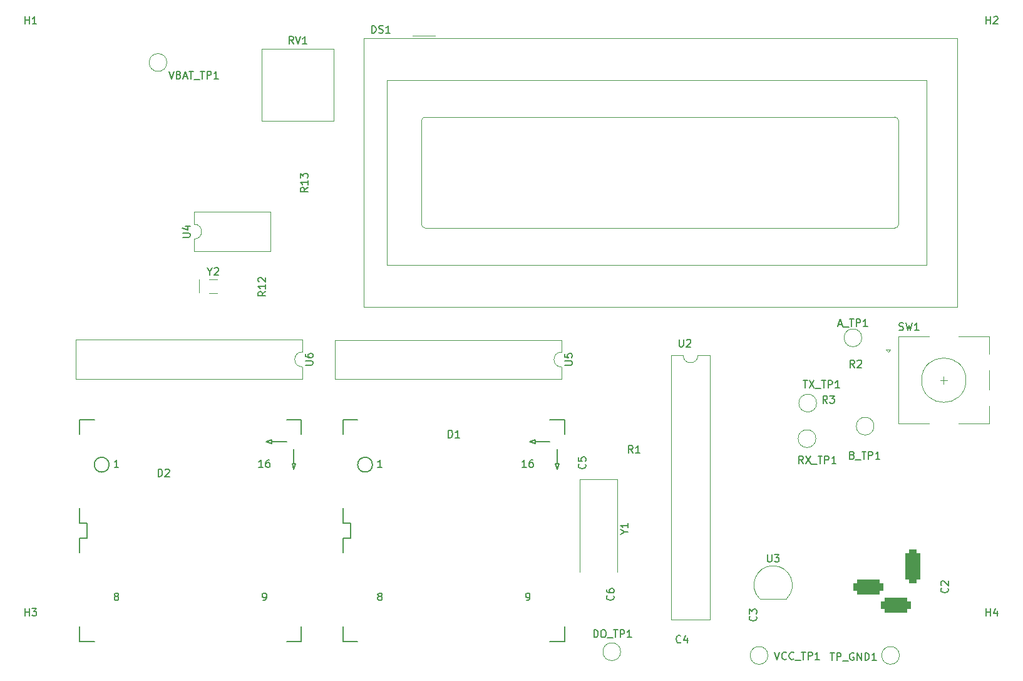
<source format=gbr>
%TF.GenerationSoftware,KiCad,Pcbnew,(6.0.5)*%
%TF.CreationDate,2022-07-19T18:48:39-04:00*%
%TF.ProjectId,Clock,436c6f63-6b2e-46b6-9963-61645f706362,rev?*%
%TF.SameCoordinates,PX4c4b400PY8a48640*%
%TF.FileFunction,Legend,Top*%
%TF.FilePolarity,Positive*%
%FSLAX46Y46*%
G04 Gerber Fmt 4.6, Leading zero omitted, Abs format (unit mm)*
G04 Created by KiCad (PCBNEW (6.0.5)) date 2022-07-19 18:48:39*
%MOMM*%
%LPD*%
G01*
G04 APERTURE LIST*
G04 Aperture macros list*
%AMRoundRect*
0 Rectangle with rounded corners*
0 $1 Rounding radius*
0 $2 $3 $4 $5 $6 $7 $8 $9 X,Y pos of 4 corners*
0 Add a 4 corners polygon primitive as box body*
4,1,4,$2,$3,$4,$5,$6,$7,$8,$9,$2,$3,0*
0 Add four circle primitives for the rounded corners*
1,1,$1+$1,$2,$3*
1,1,$1+$1,$4,$5*
1,1,$1+$1,$6,$7*
1,1,$1+$1,$8,$9*
0 Add four rect primitives between the rounded corners*
20,1,$1+$1,$2,$3,$4,$5,0*
20,1,$1+$1,$4,$5,$6,$7,0*
20,1,$1+$1,$6,$7,$8,$9,0*
20,1,$1+$1,$8,$9,$2,$3,0*%
G04 Aperture macros list end*
%ADD10C,0.150000*%
%ADD11C,0.120000*%
%ADD12R,1.000000X1.800000*%
%ADD13R,1.150000X1.400000*%
%ADD14C,3.200000*%
%ADD15R,1.600000X1.600000*%
%ADD16O,1.600000X1.600000*%
%ADD17R,1.400000X1.150000*%
%ADD18R,2.000000X2.000000*%
%ADD19C,2.000000*%
%ADD20C,1.524000*%
%ADD21R,2.000000X4.500000*%
%ADD22C,3.000000*%
%ADD23R,1.800000X2.600000*%
%ADD24O,1.800000X2.600000*%
%ADD25C,1.440000*%
%ADD26R,1.050000X1.500000*%
%ADD27O,1.050000X1.500000*%
%ADD28RoundRect,0.500000X0.500000X-1.750000X0.500000X1.750000X-0.500000X1.750000X-0.500000X-1.750000X0*%
%ADD29RoundRect,0.500000X1.500000X0.500000X-1.500000X0.500000X-1.500000X-0.500000X1.500000X-0.500000X0*%
%ADD30R,3.000000X3.000000*%
%ADD31R,1.700000X1.700000*%
%ADD32O,1.700000X1.700000*%
G04 APERTURE END LIST*
D10*
%TO.C,Y2*%
X29241809Y55269810D02*
X29241809Y54793620D01*
X28908476Y55793620D02*
X29241809Y55269810D01*
X29575142Y55793620D01*
X29860857Y55698381D02*
X29908476Y55746000D01*
X30003714Y55793620D01*
X30241809Y55793620D01*
X30337047Y55746000D01*
X30384666Y55698381D01*
X30432285Y55603143D01*
X30432285Y55507905D01*
X30384666Y55365048D01*
X29813238Y54793620D01*
X30432285Y54793620D01*
%TO.C,R1*%
X86457333Y30754620D02*
X86124000Y31230810D01*
X85885904Y30754620D02*
X85885904Y31754620D01*
X86266857Y31754620D01*
X86362095Y31707000D01*
X86409714Y31659381D01*
X86457333Y31564143D01*
X86457333Y31421286D01*
X86409714Y31326048D01*
X86362095Y31278429D01*
X86266857Y31230810D01*
X85885904Y31230810D01*
X87409714Y30754620D02*
X86838285Y30754620D01*
X87124000Y30754620D02*
X87124000Y31754620D01*
X87028761Y31611762D01*
X86933523Y31516524D01*
X86838285Y31468905D01*
%TO.C,H4*%
X134238095Y8747620D02*
X134238095Y9747620D01*
X134238095Y9271429D02*
X134809523Y9271429D01*
X134809523Y8747620D02*
X134809523Y9747620D01*
X135714285Y9414286D02*
X135714285Y8747620D01*
X135476190Y9795239D02*
X135238095Y9080953D01*
X135857142Y9080953D01*
%TO.C,U5*%
X77235380Y42628096D02*
X78044904Y42628096D01*
X78140142Y42675715D01*
X78187761Y42723334D01*
X78235380Y42818572D01*
X78235380Y43009048D01*
X78187761Y43104286D01*
X78140142Y43151905D01*
X78044904Y43199524D01*
X77235380Y43199524D01*
X77235380Y44151905D02*
X77235380Y43675715D01*
X77711571Y43628096D01*
X77663952Y43675715D01*
X77616333Y43770953D01*
X77616333Y44009048D01*
X77663952Y44104286D01*
X77711571Y44151905D01*
X77806809Y44199524D01*
X78044904Y44199524D01*
X78140142Y44151905D01*
X78187761Y44104286D01*
X78235380Y44009048D01*
X78235380Y43770953D01*
X78187761Y43675715D01*
X78140142Y43628096D01*
%TO.C,C6*%
X83805142Y11483334D02*
X83852761Y11435715D01*
X83900380Y11292858D01*
X83900380Y11197620D01*
X83852761Y11054762D01*
X83757523Y10959524D01*
X83662285Y10911905D01*
X83471809Y10864286D01*
X83328952Y10864286D01*
X83138476Y10911905D01*
X83043238Y10959524D01*
X82948000Y11054762D01*
X82900380Y11197620D01*
X82900380Y11292858D01*
X82948000Y11435715D01*
X82995619Y11483334D01*
X82900380Y12340477D02*
X82900380Y12150000D01*
X82948000Y12054762D01*
X82995619Y12007143D01*
X83138476Y11911905D01*
X83328952Y11864286D01*
X83709904Y11864286D01*
X83805142Y11911905D01*
X83852761Y11959524D01*
X83900380Y12054762D01*
X83900380Y12245239D01*
X83852761Y12340477D01*
X83805142Y12388096D01*
X83709904Y12435715D01*
X83471809Y12435715D01*
X83376571Y12388096D01*
X83328952Y12340477D01*
X83281333Y12245239D01*
X83281333Y12054762D01*
X83328952Y11959524D01*
X83376571Y11911905D01*
X83471809Y11864286D01*
%TO.C,SW1*%
X122466666Y47395239D02*
X122609523Y47347620D01*
X122847619Y47347620D01*
X122942857Y47395239D01*
X122990476Y47442858D01*
X123038095Y47538096D01*
X123038095Y47633334D01*
X122990476Y47728572D01*
X122942857Y47776191D01*
X122847619Y47823810D01*
X122657142Y47871429D01*
X122561904Y47919048D01*
X122514285Y47966667D01*
X122466666Y48061905D01*
X122466666Y48157143D01*
X122514285Y48252381D01*
X122561904Y48300000D01*
X122657142Y48347620D01*
X122895238Y48347620D01*
X123038095Y48300000D01*
X123371428Y48347620D02*
X123609523Y47347620D01*
X123800000Y48061905D01*
X123990476Y47347620D01*
X124228571Y48347620D01*
X125133333Y47347620D02*
X124561904Y47347620D01*
X124847619Y47347620D02*
X124847619Y48347620D01*
X124752380Y48204762D01*
X124657142Y48109524D01*
X124561904Y48061905D01*
%TO.C,D2*%
X22258904Y27580620D02*
X22258904Y28580620D01*
X22497000Y28580620D01*
X22639857Y28533000D01*
X22735095Y28437762D01*
X22782714Y28342524D01*
X22830333Y28152048D01*
X22830333Y28009191D01*
X22782714Y27818715D01*
X22735095Y27723477D01*
X22639857Y27628239D01*
X22497000Y27580620D01*
X22258904Y27580620D01*
X23211285Y28485381D02*
X23258904Y28533000D01*
X23354142Y28580620D01*
X23592238Y28580620D01*
X23687476Y28533000D01*
X23735095Y28485381D01*
X23782714Y28390143D01*
X23782714Y28294905D01*
X23735095Y28152048D01*
X23163666Y27580620D01*
X23782714Y27580620D01*
X36427523Y28833620D02*
X35856095Y28833620D01*
X36141809Y28833620D02*
X36141809Y29833620D01*
X36046571Y29690762D01*
X35951333Y29595524D01*
X35856095Y29547905D01*
X37284666Y29833620D02*
X37094190Y29833620D01*
X36998952Y29786000D01*
X36951333Y29738381D01*
X36856095Y29595524D01*
X36808476Y29405048D01*
X36808476Y29024096D01*
X36856095Y28928858D01*
X36903714Y28881239D01*
X36998952Y28833620D01*
X37189428Y28833620D01*
X37284666Y28881239D01*
X37332285Y28928858D01*
X37379904Y29024096D01*
X37379904Y29262191D01*
X37332285Y29357429D01*
X37284666Y29405048D01*
X37189428Y29452667D01*
X36998952Y29452667D01*
X36903714Y29405048D01*
X36856095Y29357429D01*
X36808476Y29262191D01*
X16522761Y11405048D02*
X16427523Y11452667D01*
X16379904Y11500286D01*
X16332285Y11595524D01*
X16332285Y11643143D01*
X16379904Y11738381D01*
X16427523Y11786000D01*
X16522761Y11833620D01*
X16713238Y11833620D01*
X16808476Y11786000D01*
X16856095Y11738381D01*
X16903714Y11643143D01*
X16903714Y11595524D01*
X16856095Y11500286D01*
X16808476Y11452667D01*
X16713238Y11405048D01*
X16522761Y11405048D01*
X16427523Y11357429D01*
X16379904Y11309810D01*
X16332285Y11214572D01*
X16332285Y11024096D01*
X16379904Y10928858D01*
X16427523Y10881239D01*
X16522761Y10833620D01*
X16713238Y10833620D01*
X16808476Y10881239D01*
X16856095Y10928858D01*
X16903714Y11024096D01*
X16903714Y11214572D01*
X16856095Y11309810D01*
X16808476Y11357429D01*
X16713238Y11405048D01*
X36427523Y10833620D02*
X36618000Y10833620D01*
X36713238Y10881239D01*
X36760857Y10928858D01*
X36856095Y11071715D01*
X36903714Y11262191D01*
X36903714Y11643143D01*
X36856095Y11738381D01*
X36808476Y11786000D01*
X36713238Y11833620D01*
X36522761Y11833620D01*
X36427523Y11786000D01*
X36379904Y11738381D01*
X36332285Y11643143D01*
X36332285Y11405048D01*
X36379904Y11309810D01*
X36427523Y11262191D01*
X36522761Y11214572D01*
X36713238Y11214572D01*
X36808476Y11262191D01*
X36856095Y11309810D01*
X36903714Y11405048D01*
X16903714Y28833620D02*
X16332285Y28833620D01*
X16618000Y28833620D02*
X16618000Y29833620D01*
X16522761Y29690762D01*
X16427523Y29595524D01*
X16332285Y29547905D01*
%TO.C,A_TP1*%
X114238809Y48152334D02*
X114715000Y48152334D01*
X114143571Y47866620D02*
X114476904Y48866620D01*
X114810238Y47866620D01*
X114905476Y47771381D02*
X115667380Y47771381D01*
X115762619Y48866620D02*
X116334047Y48866620D01*
X116048333Y47866620D02*
X116048333Y48866620D01*
X116667380Y47866620D02*
X116667380Y48866620D01*
X117048333Y48866620D01*
X117143571Y48819000D01*
X117191190Y48771381D01*
X117238809Y48676143D01*
X117238809Y48533286D01*
X117191190Y48438048D01*
X117143571Y48390429D01*
X117048333Y48342810D01*
X116667380Y48342810D01*
X118191190Y47866620D02*
X117619761Y47866620D01*
X117905476Y47866620D02*
X117905476Y48866620D01*
X117810238Y48723762D01*
X117715000Y48628524D01*
X117619761Y48580905D01*
%TO.C,C3*%
X103109142Y8689334D02*
X103156761Y8641715D01*
X103204380Y8498858D01*
X103204380Y8403620D01*
X103156761Y8260762D01*
X103061523Y8165524D01*
X102966285Y8117905D01*
X102775809Y8070286D01*
X102632952Y8070286D01*
X102442476Y8117905D01*
X102347238Y8165524D01*
X102252000Y8260762D01*
X102204380Y8403620D01*
X102204380Y8498858D01*
X102252000Y8641715D01*
X102299619Y8689334D01*
X102204380Y9022667D02*
X102204380Y9641715D01*
X102585333Y9308381D01*
X102585333Y9451239D01*
X102632952Y9546477D01*
X102680571Y9594096D01*
X102775809Y9641715D01*
X103013904Y9641715D01*
X103109142Y9594096D01*
X103156761Y9546477D01*
X103204380Y9451239D01*
X103204380Y9165524D01*
X103156761Y9070286D01*
X103109142Y9022667D01*
%TO.C,C4*%
X92934333Y5195858D02*
X92886714Y5148239D01*
X92743857Y5100620D01*
X92648619Y5100620D01*
X92505761Y5148239D01*
X92410523Y5243477D01*
X92362904Y5338715D01*
X92315285Y5529191D01*
X92315285Y5672048D01*
X92362904Y5862524D01*
X92410523Y5957762D01*
X92505761Y6053000D01*
X92648619Y6100620D01*
X92743857Y6100620D01*
X92886714Y6053000D01*
X92934333Y6005381D01*
X93791476Y5767286D02*
X93791476Y5100620D01*
X93553380Y6148239D02*
X93315285Y5433953D01*
X93934333Y5433953D01*
%TO.C,DO_TP1*%
X81176190Y5847620D02*
X81176190Y6847620D01*
X81414285Y6847620D01*
X81557142Y6800000D01*
X81652380Y6704762D01*
X81700000Y6609524D01*
X81747619Y6419048D01*
X81747619Y6276191D01*
X81700000Y6085715D01*
X81652380Y5990477D01*
X81557142Y5895239D01*
X81414285Y5847620D01*
X81176190Y5847620D01*
X82366666Y6847620D02*
X82557142Y6847620D01*
X82652380Y6800000D01*
X82747619Y6704762D01*
X82795238Y6514286D01*
X82795238Y6180953D01*
X82747619Y5990477D01*
X82652380Y5895239D01*
X82557142Y5847620D01*
X82366666Y5847620D01*
X82271428Y5895239D01*
X82176190Y5990477D01*
X82128571Y6180953D01*
X82128571Y6514286D01*
X82176190Y6704762D01*
X82271428Y6800000D01*
X82366666Y6847620D01*
X82985714Y5752381D02*
X83747619Y5752381D01*
X83842857Y6847620D02*
X84414285Y6847620D01*
X84128571Y5847620D02*
X84128571Y6847620D01*
X84747619Y5847620D02*
X84747619Y6847620D01*
X85128571Y6847620D01*
X85223809Y6800000D01*
X85271428Y6752381D01*
X85319047Y6657143D01*
X85319047Y6514286D01*
X85271428Y6419048D01*
X85223809Y6371429D01*
X85128571Y6323810D01*
X84747619Y6323810D01*
X86271428Y5847620D02*
X85700000Y5847620D01*
X85985714Y5847620D02*
X85985714Y6847620D01*
X85890476Y6704762D01*
X85795238Y6609524D01*
X85700000Y6561905D01*
%TO.C,R12*%
X36784380Y52575143D02*
X36308190Y52241810D01*
X36784380Y52003715D02*
X35784380Y52003715D01*
X35784380Y52384667D01*
X35832000Y52479905D01*
X35879619Y52527524D01*
X35974857Y52575143D01*
X36117714Y52575143D01*
X36212952Y52527524D01*
X36260571Y52479905D01*
X36308190Y52384667D01*
X36308190Y52003715D01*
X36784380Y53527524D02*
X36784380Y52956096D01*
X36784380Y53241810D02*
X35784380Y53241810D01*
X35927238Y53146572D01*
X36022476Y53051334D01*
X36070095Y52956096D01*
X35879619Y53908477D02*
X35832000Y53956096D01*
X35784380Y54051334D01*
X35784380Y54289429D01*
X35832000Y54384667D01*
X35879619Y54432286D01*
X35974857Y54479905D01*
X36070095Y54479905D01*
X36212952Y54432286D01*
X36784380Y53860858D01*
X36784380Y54479905D01*
%TO.C,Y1*%
X85324190Y20063810D02*
X85800380Y20063810D01*
X84800380Y19730477D02*
X85324190Y20063810D01*
X84800380Y20397143D01*
X85800380Y21254286D02*
X85800380Y20682858D01*
X85800380Y20968572D02*
X84800380Y20968572D01*
X84943238Y20873334D01*
X85038476Y20778096D01*
X85086095Y20682858D01*
%TO.C,TX_TP1*%
X109500000Y40547620D02*
X110071428Y40547620D01*
X109785714Y39547620D02*
X109785714Y40547620D01*
X110309523Y40547620D02*
X110976190Y39547620D01*
X110976190Y40547620D02*
X110309523Y39547620D01*
X111119047Y39452381D02*
X111880952Y39452381D01*
X111976190Y40547620D02*
X112547619Y40547620D01*
X112261904Y39547620D02*
X112261904Y40547620D01*
X112880952Y39547620D02*
X112880952Y40547620D01*
X113261904Y40547620D01*
X113357142Y40500000D01*
X113404761Y40452381D01*
X113452380Y40357143D01*
X113452380Y40214286D01*
X113404761Y40119048D01*
X113357142Y40071429D01*
X113261904Y40023810D01*
X112880952Y40023810D01*
X114404761Y39547620D02*
X113833333Y39547620D01*
X114119047Y39547620D02*
X114119047Y40547620D01*
X114023809Y40404762D01*
X113928571Y40309524D01*
X113833333Y40261905D01*
%TO.C,VCC_TP1*%
X105628571Y3847620D02*
X105961904Y2847620D01*
X106295238Y3847620D01*
X107200000Y2942858D02*
X107152380Y2895239D01*
X107009523Y2847620D01*
X106914285Y2847620D01*
X106771428Y2895239D01*
X106676190Y2990477D01*
X106628571Y3085715D01*
X106580952Y3276191D01*
X106580952Y3419048D01*
X106628571Y3609524D01*
X106676190Y3704762D01*
X106771428Y3800000D01*
X106914285Y3847620D01*
X107009523Y3847620D01*
X107152380Y3800000D01*
X107200000Y3752381D01*
X108200000Y2942858D02*
X108152380Y2895239D01*
X108009523Y2847620D01*
X107914285Y2847620D01*
X107771428Y2895239D01*
X107676190Y2990477D01*
X107628571Y3085715D01*
X107580952Y3276191D01*
X107580952Y3419048D01*
X107628571Y3609524D01*
X107676190Y3704762D01*
X107771428Y3800000D01*
X107914285Y3847620D01*
X108009523Y3847620D01*
X108152380Y3800000D01*
X108200000Y3752381D01*
X108390476Y2752381D02*
X109152380Y2752381D01*
X109247619Y3847620D02*
X109819047Y3847620D01*
X109533333Y2847620D02*
X109533333Y3847620D01*
X110152380Y2847620D02*
X110152380Y3847620D01*
X110533333Y3847620D01*
X110628571Y3800000D01*
X110676190Y3752381D01*
X110723809Y3657143D01*
X110723809Y3514286D01*
X110676190Y3419048D01*
X110628571Y3371429D01*
X110533333Y3323810D01*
X110152380Y3323810D01*
X111676190Y2847620D02*
X111104761Y2847620D01*
X111390476Y2847620D02*
X111390476Y3847620D01*
X111295238Y3704762D01*
X111200000Y3609524D01*
X111104761Y3561905D01*
%TO.C,C5*%
X79997142Y29263334D02*
X80044761Y29215715D01*
X80092380Y29072858D01*
X80092380Y28977620D01*
X80044761Y28834762D01*
X79949523Y28739524D01*
X79854285Y28691905D01*
X79663809Y28644286D01*
X79520952Y28644286D01*
X79330476Y28691905D01*
X79235238Y28739524D01*
X79140000Y28834762D01*
X79092380Y28977620D01*
X79092380Y29072858D01*
X79140000Y29215715D01*
X79187619Y29263334D01*
X79092380Y30168096D02*
X79092380Y29691905D01*
X79568571Y29644286D01*
X79520952Y29691905D01*
X79473333Y29787143D01*
X79473333Y30025239D01*
X79520952Y30120477D01*
X79568571Y30168096D01*
X79663809Y30215715D01*
X79901904Y30215715D01*
X79997142Y30168096D01*
X80044761Y30120477D01*
X80092380Y30025239D01*
X80092380Y29787143D01*
X80044761Y29691905D01*
X79997142Y29644286D01*
%TO.C,U6*%
X42178380Y42638096D02*
X42987904Y42638096D01*
X43083142Y42685715D01*
X43130761Y42733334D01*
X43178380Y42828572D01*
X43178380Y43019048D01*
X43130761Y43114286D01*
X43083142Y43161905D01*
X42987904Y43209524D01*
X42178380Y43209524D01*
X42178380Y44114286D02*
X42178380Y43923810D01*
X42226000Y43828572D01*
X42273619Y43780953D01*
X42416476Y43685715D01*
X42606952Y43638096D01*
X42987904Y43638096D01*
X43083142Y43685715D01*
X43130761Y43733334D01*
X43178380Y43828572D01*
X43178380Y44019048D01*
X43130761Y44114286D01*
X43083142Y44161905D01*
X42987904Y44209524D01*
X42749809Y44209524D01*
X42654571Y44161905D01*
X42606952Y44114286D01*
X42559333Y44019048D01*
X42559333Y43828572D01*
X42606952Y43733334D01*
X42654571Y43685715D01*
X42749809Y43638096D01*
%TO.C,H2*%
X134238095Y88747620D02*
X134238095Y89747620D01*
X134238095Y89271429D02*
X134809523Y89271429D01*
X134809523Y88747620D02*
X134809523Y89747620D01*
X135238095Y89652381D02*
X135285714Y89700000D01*
X135380952Y89747620D01*
X135619047Y89747620D01*
X135714285Y89700000D01*
X135761904Y89652381D01*
X135809523Y89557143D01*
X135809523Y89461905D01*
X135761904Y89319048D01*
X135190476Y88747620D01*
X135809523Y88747620D01*
%TO.C,H3*%
X4238095Y8747620D02*
X4238095Y9747620D01*
X4238095Y9271429D02*
X4809523Y9271429D01*
X4809523Y8747620D02*
X4809523Y9747620D01*
X5190476Y9747620D02*
X5809523Y9747620D01*
X5476190Y9366667D01*
X5619047Y9366667D01*
X5714285Y9319048D01*
X5761904Y9271429D01*
X5809523Y9176191D01*
X5809523Y8938096D01*
X5761904Y8842858D01*
X5714285Y8795239D01*
X5619047Y8747620D01*
X5333333Y8747620D01*
X5238095Y8795239D01*
X5190476Y8842858D01*
%TO.C,RX_TP1*%
X109495238Y29347620D02*
X109161904Y29823810D01*
X108923809Y29347620D02*
X108923809Y30347620D01*
X109304761Y30347620D01*
X109400000Y30300000D01*
X109447619Y30252381D01*
X109495238Y30157143D01*
X109495238Y30014286D01*
X109447619Y29919048D01*
X109400000Y29871429D01*
X109304761Y29823810D01*
X108923809Y29823810D01*
X109828571Y30347620D02*
X110495238Y29347620D01*
X110495238Y30347620D02*
X109828571Y29347620D01*
X110638095Y29252381D02*
X111400000Y29252381D01*
X111495238Y30347620D02*
X112066666Y30347620D01*
X111780952Y29347620D02*
X111780952Y30347620D01*
X112400000Y29347620D02*
X112400000Y30347620D01*
X112780952Y30347620D01*
X112876190Y30300000D01*
X112923809Y30252381D01*
X112971428Y30157143D01*
X112971428Y30014286D01*
X112923809Y29919048D01*
X112876190Y29871429D01*
X112780952Y29823810D01*
X112400000Y29823810D01*
X113923809Y29347620D02*
X113352380Y29347620D01*
X113638095Y29347620D02*
X113638095Y30347620D01*
X113542857Y30204762D01*
X113447619Y30109524D01*
X113352380Y30061905D01*
%TO.C,B_TP1*%
X116133333Y30471429D02*
X116276190Y30423810D01*
X116323809Y30376191D01*
X116371428Y30280953D01*
X116371428Y30138096D01*
X116323809Y30042858D01*
X116276190Y29995239D01*
X116180952Y29947620D01*
X115800000Y29947620D01*
X115800000Y30947620D01*
X116133333Y30947620D01*
X116228571Y30900000D01*
X116276190Y30852381D01*
X116323809Y30757143D01*
X116323809Y30661905D01*
X116276190Y30566667D01*
X116228571Y30519048D01*
X116133333Y30471429D01*
X115800000Y30471429D01*
X116561904Y29852381D02*
X117323809Y29852381D01*
X117419047Y30947620D02*
X117990476Y30947620D01*
X117704761Y29947620D02*
X117704761Y30947620D01*
X118323809Y29947620D02*
X118323809Y30947620D01*
X118704761Y30947620D01*
X118800000Y30900000D01*
X118847619Y30852381D01*
X118895238Y30757143D01*
X118895238Y30614286D01*
X118847619Y30519048D01*
X118800000Y30471429D01*
X118704761Y30423810D01*
X118323809Y30423810D01*
X119847619Y29947620D02*
X119276190Y29947620D01*
X119561904Y29947620D02*
X119561904Y30947620D01*
X119466666Y30804762D01*
X119371428Y30709524D01*
X119276190Y30661905D01*
%TO.C,R13*%
X42499380Y66633143D02*
X42023190Y66299810D01*
X42499380Y66061715D02*
X41499380Y66061715D01*
X41499380Y66442667D01*
X41547000Y66537905D01*
X41594619Y66585524D01*
X41689857Y66633143D01*
X41832714Y66633143D01*
X41927952Y66585524D01*
X41975571Y66537905D01*
X42023190Y66442667D01*
X42023190Y66061715D01*
X42499380Y67585524D02*
X42499380Y67014096D01*
X42499380Y67299810D02*
X41499380Y67299810D01*
X41642238Y67204572D01*
X41737476Y67109334D01*
X41785095Y67014096D01*
X41499380Y67918858D02*
X41499380Y68537905D01*
X41880333Y68204572D01*
X41880333Y68347429D01*
X41927952Y68442667D01*
X41975571Y68490286D01*
X42070809Y68537905D01*
X42308904Y68537905D01*
X42404142Y68490286D01*
X42451761Y68442667D01*
X42499380Y68347429D01*
X42499380Y68061715D01*
X42451761Y67966477D01*
X42404142Y67918858D01*
%TO.C,H1*%
X4238095Y88747620D02*
X4238095Y89747620D01*
X4238095Y89271429D02*
X4809523Y89271429D01*
X4809523Y88747620D02*
X4809523Y89747620D01*
X5809523Y88747620D02*
X5238095Y88747620D01*
X5523809Y88747620D02*
X5523809Y89747620D01*
X5428571Y89604762D01*
X5333333Y89509524D01*
X5238095Y89461905D01*
%TO.C,DS1*%
X51145714Y87515120D02*
X51145714Y88515120D01*
X51383809Y88515120D01*
X51526666Y88467500D01*
X51621904Y88372262D01*
X51669523Y88277024D01*
X51717142Y88086548D01*
X51717142Y87943691D01*
X51669523Y87753215D01*
X51621904Y87657977D01*
X51526666Y87562739D01*
X51383809Y87515120D01*
X51145714Y87515120D01*
X52098095Y87562739D02*
X52240952Y87515120D01*
X52479047Y87515120D01*
X52574285Y87562739D01*
X52621904Y87610358D01*
X52669523Y87705596D01*
X52669523Y87800834D01*
X52621904Y87896072D01*
X52574285Y87943691D01*
X52479047Y87991310D01*
X52288571Y88038929D01*
X52193333Y88086548D01*
X52145714Y88134167D01*
X52098095Y88229405D01*
X52098095Y88324643D01*
X52145714Y88419881D01*
X52193333Y88467500D01*
X52288571Y88515120D01*
X52526666Y88515120D01*
X52669523Y88467500D01*
X53621904Y87515120D02*
X53050476Y87515120D01*
X53336190Y87515120D02*
X53336190Y88515120D01*
X53240952Y88372262D01*
X53145714Y88277024D01*
X53050476Y88229405D01*
%TO.C,R2*%
X116429333Y42312620D02*
X116096000Y42788810D01*
X115857904Y42312620D02*
X115857904Y43312620D01*
X116238857Y43312620D01*
X116334095Y43265000D01*
X116381714Y43217381D01*
X116429333Y43122143D01*
X116429333Y42979286D01*
X116381714Y42884048D01*
X116334095Y42836429D01*
X116238857Y42788810D01*
X115857904Y42788810D01*
X116810285Y43217381D02*
X116857904Y43265000D01*
X116953142Y43312620D01*
X117191238Y43312620D01*
X117286476Y43265000D01*
X117334095Y43217381D01*
X117381714Y43122143D01*
X117381714Y43026905D01*
X117334095Y42884048D01*
X116762666Y42312620D01*
X117381714Y42312620D01*
%TO.C,U4*%
X25580380Y59910096D02*
X26389904Y59910096D01*
X26485142Y59957715D01*
X26532761Y60005334D01*
X26580380Y60100572D01*
X26580380Y60291048D01*
X26532761Y60386286D01*
X26485142Y60433905D01*
X26389904Y60481524D01*
X25580380Y60481524D01*
X25913714Y61386286D02*
X26580380Y61386286D01*
X25532761Y61148191D02*
X26247047Y60910096D01*
X26247047Y61529143D01*
%TO.C,RV1*%
X40547761Y86046620D02*
X40214428Y86522810D01*
X39976333Y86046620D02*
X39976333Y87046620D01*
X40357285Y87046620D01*
X40452523Y86999000D01*
X40500142Y86951381D01*
X40547761Y86856143D01*
X40547761Y86713286D01*
X40500142Y86618048D01*
X40452523Y86570429D01*
X40357285Y86522810D01*
X39976333Y86522810D01*
X40833476Y87046620D02*
X41166809Y86046620D01*
X41500142Y87046620D01*
X42357285Y86046620D02*
X41785857Y86046620D01*
X42071571Y86046620D02*
X42071571Y87046620D01*
X41976333Y86903762D01*
X41881095Y86808524D01*
X41785857Y86760905D01*
%TO.C,VBAT_TP1*%
X23719047Y82347620D02*
X24052380Y81347620D01*
X24385714Y82347620D01*
X25052380Y81871429D02*
X25195238Y81823810D01*
X25242857Y81776191D01*
X25290476Y81680953D01*
X25290476Y81538096D01*
X25242857Y81442858D01*
X25195238Y81395239D01*
X25100000Y81347620D01*
X24719047Y81347620D01*
X24719047Y82347620D01*
X25052380Y82347620D01*
X25147619Y82300000D01*
X25195238Y82252381D01*
X25242857Y82157143D01*
X25242857Y82061905D01*
X25195238Y81966667D01*
X25147619Y81919048D01*
X25052380Y81871429D01*
X24719047Y81871429D01*
X25671428Y81633334D02*
X26147619Y81633334D01*
X25576190Y81347620D02*
X25909523Y82347620D01*
X26242857Y81347620D01*
X26433333Y82347620D02*
X27004761Y82347620D01*
X26719047Y81347620D02*
X26719047Y82347620D01*
X27100000Y81252381D02*
X27861904Y81252381D01*
X27957142Y82347620D02*
X28528571Y82347620D01*
X28242857Y81347620D02*
X28242857Y82347620D01*
X28861904Y81347620D02*
X28861904Y82347620D01*
X29242857Y82347620D01*
X29338095Y82300000D01*
X29385714Y82252381D01*
X29433333Y82157143D01*
X29433333Y82014286D01*
X29385714Y81919048D01*
X29338095Y81871429D01*
X29242857Y81823810D01*
X28861904Y81823810D01*
X30385714Y81347620D02*
X29814285Y81347620D01*
X30100000Y81347620D02*
X30100000Y82347620D01*
X30004761Y82204762D01*
X29909523Y82109524D01*
X29814285Y82061905D01*
%TO.C,TP_GND1*%
X113133333Y3747620D02*
X113704761Y3747620D01*
X113419047Y2747620D02*
X113419047Y3747620D01*
X114038095Y2747620D02*
X114038095Y3747620D01*
X114419047Y3747620D01*
X114514285Y3700000D01*
X114561904Y3652381D01*
X114609523Y3557143D01*
X114609523Y3414286D01*
X114561904Y3319048D01*
X114514285Y3271429D01*
X114419047Y3223810D01*
X114038095Y3223810D01*
X114800000Y2652381D02*
X115561904Y2652381D01*
X116323809Y3700000D02*
X116228571Y3747620D01*
X116085714Y3747620D01*
X115942857Y3700000D01*
X115847619Y3604762D01*
X115800000Y3509524D01*
X115752380Y3319048D01*
X115752380Y3176191D01*
X115800000Y2985715D01*
X115847619Y2890477D01*
X115942857Y2795239D01*
X116085714Y2747620D01*
X116180952Y2747620D01*
X116323809Y2795239D01*
X116371428Y2842858D01*
X116371428Y3176191D01*
X116180952Y3176191D01*
X116800000Y2747620D02*
X116800000Y3747620D01*
X117371428Y2747620D01*
X117371428Y3747620D01*
X117847619Y2747620D02*
X117847619Y3747620D01*
X118085714Y3747620D01*
X118228571Y3700000D01*
X118323809Y3604762D01*
X118371428Y3509524D01*
X118419047Y3319048D01*
X118419047Y3176191D01*
X118371428Y2985715D01*
X118323809Y2890477D01*
X118228571Y2795239D01*
X118085714Y2747620D01*
X117847619Y2747620D01*
X119371428Y2747620D02*
X118800000Y2747620D01*
X119085714Y2747620D02*
X119085714Y3747620D01*
X118990476Y3604762D01*
X118895238Y3509524D01*
X118800000Y3461905D01*
%TO.C,C2*%
X129017142Y12499334D02*
X129064761Y12451715D01*
X129112380Y12308858D01*
X129112380Y12213620D01*
X129064761Y12070762D01*
X128969523Y11975524D01*
X128874285Y11927905D01*
X128683809Y11880286D01*
X128540952Y11880286D01*
X128350476Y11927905D01*
X128255238Y11975524D01*
X128160000Y12070762D01*
X128112380Y12213620D01*
X128112380Y12308858D01*
X128160000Y12451715D01*
X128207619Y12499334D01*
X128207619Y12880286D02*
X128160000Y12927905D01*
X128112380Y13023143D01*
X128112380Y13261239D01*
X128160000Y13356477D01*
X128207619Y13404096D01*
X128302857Y13451715D01*
X128398095Y13451715D01*
X128540952Y13404096D01*
X129112380Y12832667D01*
X129112380Y13451715D01*
%TO.C,U2*%
X92720095Y46106620D02*
X92720095Y45297096D01*
X92767714Y45201858D01*
X92815333Y45154239D01*
X92910571Y45106620D01*
X93101047Y45106620D01*
X93196285Y45154239D01*
X93243904Y45201858D01*
X93291523Y45297096D01*
X93291523Y46106620D01*
X93720095Y46011381D02*
X93767714Y46059000D01*
X93862952Y46106620D01*
X94101047Y46106620D01*
X94196285Y46059000D01*
X94243904Y46011381D01*
X94291523Y45916143D01*
X94291523Y45820905D01*
X94243904Y45678048D01*
X93672476Y45106620D01*
X94291523Y45106620D01*
%TO.C,U3*%
X104658095Y17027620D02*
X104658095Y16218096D01*
X104705714Y16122858D01*
X104753333Y16075239D01*
X104848571Y16027620D01*
X105039047Y16027620D01*
X105134285Y16075239D01*
X105181904Y16122858D01*
X105229523Y16218096D01*
X105229523Y17027620D01*
X105610476Y17027620D02*
X106229523Y17027620D01*
X105896190Y16646667D01*
X106039047Y16646667D01*
X106134285Y16599048D01*
X106181904Y16551429D01*
X106229523Y16456191D01*
X106229523Y16218096D01*
X106181904Y16122858D01*
X106134285Y16075239D01*
X106039047Y16027620D01*
X105753333Y16027620D01*
X105658095Y16075239D01*
X105610476Y16122858D01*
%TO.C,R3*%
X112746333Y37486620D02*
X112413000Y37962810D01*
X112174904Y37486620D02*
X112174904Y38486620D01*
X112555857Y38486620D01*
X112651095Y38439000D01*
X112698714Y38391381D01*
X112746333Y38296143D01*
X112746333Y38153286D01*
X112698714Y38058048D01*
X112651095Y38010429D01*
X112555857Y37962810D01*
X112174904Y37962810D01*
X113079666Y38486620D02*
X113698714Y38486620D01*
X113365380Y38105667D01*
X113508238Y38105667D01*
X113603476Y38058048D01*
X113651095Y38010429D01*
X113698714Y37915191D01*
X113698714Y37677096D01*
X113651095Y37581858D01*
X113603476Y37534239D01*
X113508238Y37486620D01*
X113222523Y37486620D01*
X113127285Y37534239D01*
X113079666Y37581858D01*
%TO.C,D1*%
X61501904Y32833620D02*
X61501904Y33833620D01*
X61740000Y33833620D01*
X61882857Y33786000D01*
X61978095Y33690762D01*
X62025714Y33595524D01*
X62073333Y33405048D01*
X62073333Y33262191D01*
X62025714Y33071715D01*
X61978095Y32976477D01*
X61882857Y32881239D01*
X61740000Y32833620D01*
X61501904Y32833620D01*
X63025714Y32833620D02*
X62454285Y32833620D01*
X62740000Y32833620D02*
X62740000Y33833620D01*
X62644761Y33690762D01*
X62549523Y33595524D01*
X62454285Y33547905D01*
X52525714Y28833620D02*
X51954285Y28833620D01*
X52240000Y28833620D02*
X52240000Y29833620D01*
X52144761Y29690762D01*
X52049523Y29595524D01*
X51954285Y29547905D01*
X72049523Y10833620D02*
X72240000Y10833620D01*
X72335238Y10881239D01*
X72382857Y10928858D01*
X72478095Y11071715D01*
X72525714Y11262191D01*
X72525714Y11643143D01*
X72478095Y11738381D01*
X72430476Y11786000D01*
X72335238Y11833620D01*
X72144761Y11833620D01*
X72049523Y11786000D01*
X72001904Y11738381D01*
X71954285Y11643143D01*
X71954285Y11405048D01*
X72001904Y11309810D01*
X72049523Y11262191D01*
X72144761Y11214572D01*
X72335238Y11214572D01*
X72430476Y11262191D01*
X72478095Y11309810D01*
X72525714Y11405048D01*
X52144761Y11405048D02*
X52049523Y11452667D01*
X52001904Y11500286D01*
X51954285Y11595524D01*
X51954285Y11643143D01*
X52001904Y11738381D01*
X52049523Y11786000D01*
X52144761Y11833620D01*
X52335238Y11833620D01*
X52430476Y11786000D01*
X52478095Y11738381D01*
X52525714Y11643143D01*
X52525714Y11595524D01*
X52478095Y11500286D01*
X52430476Y11452667D01*
X52335238Y11405048D01*
X52144761Y11405048D01*
X52049523Y11357429D01*
X52001904Y11309810D01*
X51954285Y11214572D01*
X51954285Y11024096D01*
X52001904Y10928858D01*
X52049523Y10881239D01*
X52144761Y10833620D01*
X52335238Y10833620D01*
X52430476Y10881239D01*
X52478095Y10928858D01*
X52525714Y11024096D01*
X52525714Y11214572D01*
X52478095Y11309810D01*
X52430476Y11357429D01*
X52335238Y11405048D01*
X72049523Y28833620D02*
X71478095Y28833620D01*
X71763809Y28833620D02*
X71763809Y29833620D01*
X71668571Y29690762D01*
X71573333Y29595524D01*
X71478095Y29547905D01*
X72906666Y29833620D02*
X72716190Y29833620D01*
X72620952Y29786000D01*
X72573333Y29738381D01*
X72478095Y29595524D01*
X72430476Y29405048D01*
X72430476Y29024096D01*
X72478095Y28928858D01*
X72525714Y28881239D01*
X72620952Y28833620D01*
X72811428Y28833620D01*
X72906666Y28881239D01*
X72954285Y28928858D01*
X73001904Y29024096D01*
X73001904Y29262191D01*
X72954285Y29357429D01*
X72906666Y29405048D01*
X72811428Y29452667D01*
X72620952Y29452667D01*
X72525714Y29405048D01*
X72478095Y29357429D01*
X72430476Y29262191D01*
D11*
%TO.C,Y2*%
X29168000Y52346000D02*
X30268000Y52346000D01*
X29168000Y54246000D02*
X30268000Y54246000D01*
X27768000Y54196000D02*
X27768000Y52396000D01*
%TO.C,U5*%
X76783000Y40740000D02*
X76783000Y42390000D01*
X46183000Y40740000D02*
X76783000Y40740000D01*
X76783000Y44390000D02*
X76783000Y46040000D01*
X76783000Y46040000D02*
X46183000Y46040000D01*
X46183000Y46040000D02*
X46183000Y40740000D01*
X76783000Y44390000D02*
G75*
G03*
X76783000Y42390000I0J-1000000D01*
G01*
%TO.C,SW1*%
X121300000Y44700000D02*
X121000000Y44400000D01*
X126500000Y46500000D02*
X122400000Y46500000D01*
X122400000Y46500000D02*
X122400000Y34700000D01*
X134600000Y46500000D02*
X134600000Y44100000D01*
X120700000Y44700000D02*
X121300000Y44700000D01*
X128000000Y40600000D02*
X129000000Y40600000D01*
X134600000Y37100000D02*
X134600000Y34700000D01*
X134600000Y34700000D02*
X130500000Y34700000D01*
X121000000Y44400000D02*
X120700000Y44700000D01*
X130500000Y46500000D02*
X134600000Y46500000D01*
X126500000Y34700000D02*
X122400000Y34700000D01*
X134600000Y41900000D02*
X134600000Y39300000D01*
X128500000Y41100000D02*
X128500000Y40100000D01*
X131500000Y40600000D02*
G75*
G03*
X131500000Y40600000I-3000000J0D01*
G01*
D10*
%TO.C,D2*%
X41618000Y7286000D02*
X41618000Y5286000D01*
X11618000Y5286000D02*
X11618000Y7286000D01*
X40868000Y29286000D02*
X40618000Y28536000D01*
X12618000Y21286000D02*
X12618000Y19286000D01*
X41618000Y5286000D02*
X39618000Y5286000D01*
X13618000Y5286000D02*
X11618000Y5286000D01*
X41618000Y35286000D02*
X41618000Y33286000D01*
X11618000Y33286000D02*
X11618000Y35286000D01*
X37618000Y32536000D02*
X36868000Y32286000D01*
X40618000Y31286000D02*
X40618000Y29286000D01*
X40368000Y29286000D02*
X40868000Y29286000D01*
X11618000Y35286000D02*
X13618000Y35286000D01*
X37618000Y32036000D02*
X37618000Y32536000D01*
X39618000Y32286000D02*
X37618000Y32286000D01*
X11618000Y21286000D02*
X11618000Y23286000D01*
X11618000Y19286000D02*
X11618000Y17286000D01*
X11618000Y21286000D02*
X12618000Y21286000D01*
X39618000Y35286000D02*
X41618000Y35286000D01*
X40618000Y28536000D02*
X40368000Y29286000D01*
X36868000Y32286000D02*
X37618000Y32036000D01*
X12618000Y19286000D02*
X11618000Y19286000D01*
X15618000Y29176000D02*
G75*
G03*
X15618000Y29176000I-1000000J0D01*
G01*
D11*
%TO.C,A_TP1*%
X117415000Y46321000D02*
G75*
G03*
X117415000Y46321000I-1200000J0D01*
G01*
%TO.C,DO_TP1*%
X84800000Y3900000D02*
G75*
G03*
X84800000Y3900000I-1200000J0D01*
G01*
%TO.C,Y1*%
X84348000Y14640000D02*
X84348000Y27240000D01*
X79248000Y27240000D02*
X79248000Y14640000D01*
X84348000Y27240000D02*
X79248000Y27240000D01*
%TO.C,TX_TP1*%
X111300000Y37500000D02*
G75*
G03*
X111300000Y37500000I-1200000J0D01*
G01*
%TO.C,VCC_TP1*%
X104715000Y3395000D02*
G75*
G03*
X104715000Y3395000I-1200000J0D01*
G01*
%TO.C,U6*%
X41726000Y40750000D02*
X41726000Y42400000D01*
X41726000Y44400000D02*
X41726000Y46050000D01*
X41726000Y46050000D02*
X11126000Y46050000D01*
X11126000Y40750000D02*
X41726000Y40750000D01*
X11126000Y46050000D02*
X11126000Y40750000D01*
X41726000Y44400000D02*
G75*
G03*
X41726000Y42400000I0J-1000000D01*
G01*
%TO.C,RX_TP1*%
X111200000Y32700000D02*
G75*
G03*
X111200000Y32700000I-1200000J0D01*
G01*
%TO.C,B_TP1*%
X119066000Y34383000D02*
G75*
G03*
X119066000Y34383000I-1200000J0D01*
G01*
%TO.C,DS1*%
X53180000Y56157500D02*
X53180000Y81157500D01*
X130320000Y50517500D02*
X130320000Y86797500D01*
X57880280Y61658180D02*
X57880280Y75657500D01*
X121880660Y61157500D02*
X58380000Y61157500D01*
X50050000Y86797500D02*
X50840000Y86797500D01*
X126180000Y81157500D02*
X126180000Y56157500D01*
X56680000Y87157500D02*
X59680000Y87157500D01*
X130320000Y86797500D02*
X50840000Y86797500D01*
X53180000Y81157500D02*
X126180000Y81157500D01*
X58380000Y76157500D02*
X121880000Y76157500D01*
X126180000Y56157500D02*
X53180000Y56157500D01*
X122380000Y75657500D02*
X122380000Y61657500D01*
X50040000Y86797500D02*
X50040000Y50517500D01*
X50040000Y50517500D02*
X130320000Y50517500D01*
X58380660Y76159040D02*
G75*
G03*
X57880280Y75658660I0J-500380D01*
G01*
X122380000Y75657500D02*
G75*
G03*
X121880000Y76157500I-500000J0D01*
G01*
X57880280Y61658180D02*
G75*
G03*
X58380660Y61157800I500380J0D01*
G01*
X121880660Y61157860D02*
G75*
G03*
X122381040Y61658180I40J500340D01*
G01*
%TO.C,U4*%
X37408000Y63322000D02*
X27128000Y63322000D01*
X27128000Y58022000D02*
X37408000Y58022000D01*
X27128000Y59672000D02*
X27128000Y58022000D01*
X37408000Y58022000D02*
X37408000Y63322000D01*
X27128000Y63322000D02*
X27128000Y61672000D01*
X27128000Y59672000D02*
G75*
G03*
X27128000Y61672000I0J1000000D01*
G01*
%TO.C,RV1*%
X36258000Y75599000D02*
X46028000Y75599000D01*
X36258000Y85369000D02*
X36258000Y75599000D01*
X46028000Y85369000D02*
X46028000Y75599000D01*
X36258000Y85369000D02*
X46028000Y85369000D01*
%TO.C,VBAT_TP1*%
X23435000Y83532000D02*
G75*
G03*
X23435000Y83532000I-1200000J0D01*
G01*
%TO.C,TP_GND1*%
X122500000Y3400000D02*
G75*
G03*
X122500000Y3400000I-1200000J0D01*
G01*
%TO.C,U2*%
X96904000Y43958000D02*
X95254000Y43958000D01*
X91604000Y8278000D02*
X96904000Y8278000D01*
X96904000Y8278000D02*
X96904000Y43958000D01*
X91604000Y43958000D02*
X91604000Y8278000D01*
X93254000Y43958000D02*
X91604000Y43958000D01*
X93254000Y43958000D02*
G75*
G03*
X95254000Y43958000I1000000J0D01*
G01*
%TO.C,U3*%
X103620000Y11070000D02*
X107220000Y11070000D01*
X107258478Y11081522D02*
G75*
G03*
X105420000Y15520000I-1838478J1838478D01*
G01*
X105420000Y15520001D02*
G75*
G03*
X103581522Y11081522I0J-2600001D01*
G01*
D10*
%TO.C,D1*%
X75240000Y32286000D02*
X73240000Y32286000D01*
X48240000Y21286000D02*
X48240000Y19286000D01*
X47240000Y19286000D02*
X47240000Y17286000D01*
X76490000Y29286000D02*
X76240000Y28536000D01*
X72490000Y32286000D02*
X73240000Y32036000D01*
X49240000Y5286000D02*
X47240000Y5286000D01*
X73240000Y32036000D02*
X73240000Y32536000D01*
X48240000Y19286000D02*
X47240000Y19286000D01*
X77240000Y7286000D02*
X77240000Y5286000D01*
X75240000Y35286000D02*
X77240000Y35286000D01*
X76240000Y31286000D02*
X76240000Y29286000D01*
X76240000Y28536000D02*
X75990000Y29286000D01*
X47240000Y35286000D02*
X49240000Y35286000D01*
X77240000Y5286000D02*
X75240000Y5286000D01*
X75990000Y29286000D02*
X76490000Y29286000D01*
X47240000Y5286000D02*
X47240000Y7286000D01*
X47240000Y21286000D02*
X47240000Y23286000D01*
X77240000Y35286000D02*
X77240000Y33286000D01*
X47240000Y21286000D02*
X48240000Y21286000D01*
X47240000Y33286000D02*
X47240000Y35286000D01*
X73240000Y32536000D02*
X72490000Y32286000D01*
X51240000Y29176000D02*
G75*
G03*
X51240000Y29176000I-1000000J0D01*
G01*
%TD*%
%LPC*%
D12*
%TO.C,Y2*%
X28468000Y53296000D03*
X30968000Y53296000D03*
%TD*%
D13*
%TO.C,R1*%
X85774000Y29557000D03*
X87474000Y29557000D03*
%TD*%
D14*
%TO.C,H4*%
X135000000Y5000000D03*
%TD*%
D15*
%TO.C,U5*%
X75453000Y47200000D03*
D16*
X72913000Y47200000D03*
X70373000Y47200000D03*
X67833000Y47200000D03*
X65293000Y47200000D03*
X62753000Y47200000D03*
X60213000Y47200000D03*
X57673000Y47200000D03*
X55133000Y47200000D03*
X52593000Y47200000D03*
X50053000Y47200000D03*
X47513000Y47200000D03*
X47513000Y39580000D03*
X50053000Y39580000D03*
X52593000Y39580000D03*
X55133000Y39580000D03*
X57673000Y39580000D03*
X60213000Y39580000D03*
X62753000Y39580000D03*
X65293000Y39580000D03*
X67833000Y39580000D03*
X70373000Y39580000D03*
X72913000Y39580000D03*
X75453000Y39580000D03*
%TD*%
D17*
%TO.C,C6*%
X81798000Y12500000D03*
X81798000Y10800000D03*
%TD*%
D14*
%TO.C,SW1*%
X128500000Y46200000D03*
X128500000Y35000000D03*
D18*
X121000000Y43100000D03*
D19*
X121000000Y38100000D03*
X121000000Y40600000D03*
X135500000Y38100000D03*
X135500000Y43100000D03*
%TD*%
D20*
%TO.C,D2*%
X14618000Y29176000D03*
X14618000Y26636000D03*
X14618000Y24096000D03*
X14618000Y21556000D03*
X14618000Y19016000D03*
X14618000Y16476000D03*
X14618000Y13936000D03*
X14618000Y11396000D03*
X38618000Y11396000D03*
X38618000Y13936000D03*
X38618000Y16476000D03*
X38618000Y19016000D03*
X38618000Y21556000D03*
X38618000Y24096000D03*
X38618000Y26636000D03*
X38618000Y29176000D03*
%TD*%
D19*
%TO.C,A_TP1*%
X116215000Y46321000D03*
%TD*%
D17*
%TO.C,C3*%
X101102000Y9706000D03*
X101102000Y8006000D03*
%TD*%
D13*
%TO.C,C4*%
X92251000Y3903000D03*
X93951000Y3903000D03*
%TD*%
D19*
%TO.C,DO_TP1*%
X83600000Y3900000D03*
%TD*%
D17*
%TO.C,R12*%
X38745000Y52368000D03*
X38745000Y54068000D03*
%TD*%
D21*
%TO.C,Y1*%
X81798000Y24790000D03*
X81798000Y16290000D03*
%TD*%
D19*
%TO.C,TX_TP1*%
X110100000Y37500000D03*
%TD*%
%TO.C,VCC_TP1*%
X103515000Y3395000D03*
%TD*%
D17*
%TO.C,C5*%
X81290000Y28580000D03*
X81290000Y30280000D03*
%TD*%
D15*
%TO.C,U6*%
X40396000Y47210000D03*
D16*
X37856000Y47210000D03*
X35316000Y47210000D03*
X32776000Y47210000D03*
X30236000Y47210000D03*
X27696000Y47210000D03*
X25156000Y47210000D03*
X22616000Y47210000D03*
X20076000Y47210000D03*
X17536000Y47210000D03*
X14996000Y47210000D03*
X12456000Y47210000D03*
X12456000Y39590000D03*
X14996000Y39590000D03*
X17536000Y39590000D03*
X20076000Y39590000D03*
X22616000Y39590000D03*
X25156000Y39590000D03*
X27696000Y39590000D03*
X30236000Y39590000D03*
X32776000Y39590000D03*
X35316000Y39590000D03*
X37856000Y39590000D03*
X40396000Y39590000D03*
%TD*%
D14*
%TO.C,H2*%
X135000000Y85000000D03*
%TD*%
%TO.C,H3*%
X5000000Y5000000D03*
%TD*%
D19*
%TO.C,RX_TP1*%
X110000000Y32700000D03*
%TD*%
%TO.C,B_TP1*%
X117866000Y34383000D03*
%TD*%
D17*
%TO.C,R13*%
X40269000Y68165000D03*
X40269000Y66465000D03*
%TD*%
D14*
%TO.C,H1*%
X5000000Y85000000D03*
%TD*%
D22*
%TO.C,DS1*%
X127680000Y84157500D03*
X52680900Y53156800D03*
X52680900Y84157500D03*
X127679480Y53156800D03*
D23*
X58180000Y84157500D03*
D24*
X60720000Y84157500D03*
X63260000Y84157500D03*
X65800000Y84157500D03*
X68340000Y84157500D03*
X70880000Y84157500D03*
X73420000Y84157500D03*
X75960000Y84157500D03*
X78500000Y84157500D03*
X81040000Y84157500D03*
X83580000Y84157500D03*
X86120000Y84157500D03*
X88660000Y84157500D03*
X91200000Y84157500D03*
X93740000Y84157500D03*
X96280000Y84157500D03*
%TD*%
D13*
%TO.C,R2*%
X115531000Y38066000D03*
X117231000Y38066000D03*
%TD*%
D15*
%TO.C,U4*%
X28458000Y56862000D03*
D16*
X30998000Y56862000D03*
X33538000Y56862000D03*
X36078000Y56862000D03*
X36078000Y64482000D03*
X33538000Y64482000D03*
X30998000Y64482000D03*
X28458000Y64482000D03*
%TD*%
D25*
%TO.C,RV1*%
X41158000Y77944000D03*
X43698000Y80484000D03*
X41158000Y83024000D03*
%TD*%
D19*
%TO.C,VBAT_TP1*%
X22235000Y83532000D03*
%TD*%
%TO.C,TP_GND1*%
X121300000Y3400000D03*
%TD*%
D17*
%TO.C,C2*%
X127010000Y13516000D03*
X127010000Y11816000D03*
%TD*%
D15*
%TO.C,U2*%
X90444000Y42628000D03*
D16*
X90444000Y40088000D03*
X90444000Y37548000D03*
X90444000Y35008000D03*
X90444000Y32468000D03*
X90444000Y29928000D03*
X90444000Y27388000D03*
X90444000Y24848000D03*
X90444000Y22308000D03*
X90444000Y19768000D03*
X90444000Y17228000D03*
X90444000Y14688000D03*
X90444000Y12148000D03*
X90444000Y9608000D03*
X98064000Y9608000D03*
X98064000Y12148000D03*
X98064000Y14688000D03*
X98064000Y17228000D03*
X98064000Y19768000D03*
X98064000Y22308000D03*
X98064000Y24848000D03*
X98064000Y27388000D03*
X98064000Y29928000D03*
X98064000Y32468000D03*
X98064000Y35008000D03*
X98064000Y37548000D03*
X98064000Y40088000D03*
X98064000Y42628000D03*
%TD*%
D26*
%TO.C,U3*%
X104150000Y12920000D03*
D27*
X105420000Y12920000D03*
X106690000Y12920000D03*
%TD*%
D13*
%TO.C,R3*%
X117954000Y41114000D03*
X116254000Y41114000D03*
%TD*%
D20*
%TO.C,D1*%
X50240000Y29176000D03*
X50240000Y26636000D03*
X50240000Y24096000D03*
X50240000Y21556000D03*
X50240000Y19016000D03*
X50240000Y16476000D03*
X50240000Y13936000D03*
X50240000Y11396000D03*
X74240000Y11396000D03*
X74240000Y13936000D03*
X74240000Y16476000D03*
X74240000Y19016000D03*
X74240000Y21556000D03*
X74240000Y24096000D03*
X74240000Y26636000D03*
X74240000Y29176000D03*
%TD*%
D28*
%TO.C,J1*%
X124287000Y15460000D03*
D29*
X121987000Y10160000D03*
X118287000Y12660000D03*
%TD*%
D30*
%TO.C,BT1*%
X14900000Y84800000D03*
D22*
X14900000Y64310000D03*
%TD*%
D31*
%TO.C,J2*%
X106690000Y43273000D03*
D32*
X106690000Y40733000D03*
X106690000Y38193000D03*
X106690000Y35653000D03*
X106690000Y33113000D03*
X106690000Y30573000D03*
%TD*%
M02*

</source>
